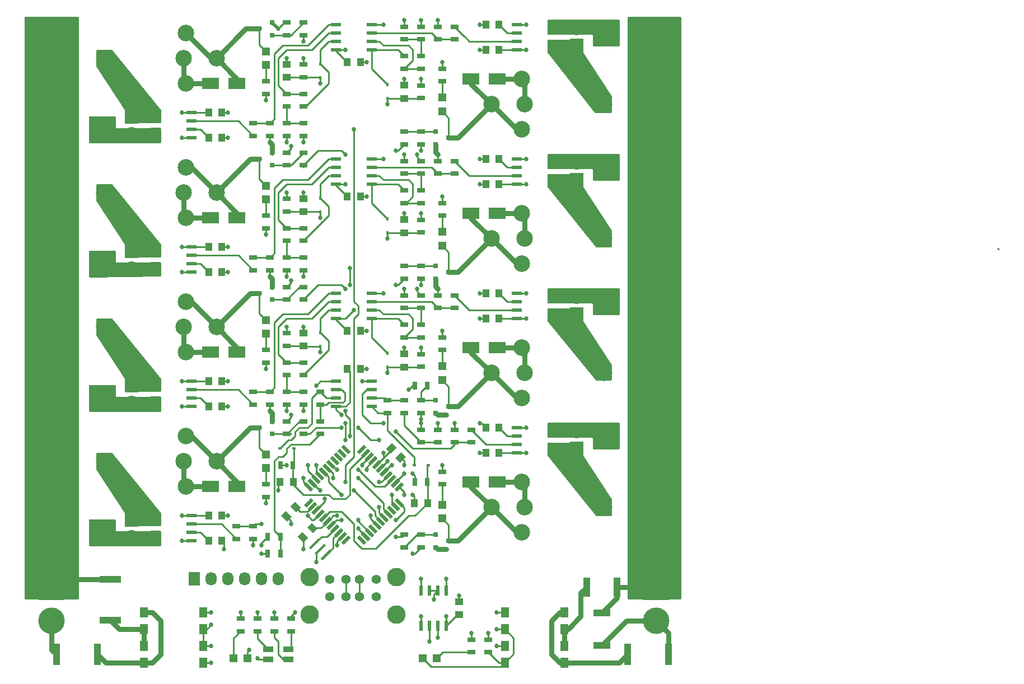
<source format=gtl>
G04 #@! TF.FileFunction,Copper,L1,Top,Mixed*
%FSLAX46Y46*%
G04 Gerber Fmt 4.6, Leading zero omitted, Abs format (unit mm)*
G04 Created by KiCad (PCBNEW 4.0.4-stable) date 11/14/16 12:13:18*
%MOMM*%
%LPD*%
G01*
G04 APERTURE LIST*
%ADD10C,0.150000*%
%ADD11R,4.000000X4.000000*%
%ADD12C,4.000000*%
%ADD13R,1.000000X3.200000*%
%ADD14R,3.200000X1.000000*%
%ADD15R,1.500000X0.900000*%
%ADD16R,2.500000X1.000000*%
%ADD17R,1.000000X3.000000*%
%ADD18R,1.300000X1.500000*%
%ADD19R,1.727200X2.032000*%
%ADD20O,1.727200X2.032000*%
%ADD21R,2.032000X2.032000*%
%ADD22O,2.032000X2.032000*%
%ADD23C,1.420000*%
%ADD24C,2.800000*%
%ADD25R,0.700000X1.300000*%
%ADD26R,1.300000X0.700000*%
%ADD27R,2.499360X1.800860*%
%ADD28R,0.590000X0.450000*%
%ADD29R,0.450000X0.590000*%
%ADD30R,1.198880X1.198880*%
%ADD31R,1.250000X1.000000*%
%ADD32R,1.000000X1.250000*%
%ADD33R,1.550000X0.600000*%
%ADD34R,0.600000X1.550000*%
%ADD35R,0.800100X0.800100*%
%ADD36C,2.500000*%
%ADD37C,0.685800*%
%ADD38C,0.254000*%
%ADD39C,0.762000*%
%ADD40C,0.508000*%
G04 APERTURE END LIST*
D10*
D11*
X95885000Y13335000D03*
D12*
X95885000Y8255000D03*
D10*
G36*
X45933528Y19615685D02*
X44519315Y18201472D01*
X44236472Y18484315D01*
X45650685Y19898528D01*
X45933528Y19615685D01*
X45933528Y19615685D01*
G37*
G36*
X45085000Y20464213D02*
X43670787Y19050000D01*
X43387944Y19332843D01*
X44802157Y20747056D01*
X45085000Y20464213D01*
X45085000Y20464213D01*
G37*
G36*
X46782056Y18767157D02*
X45367843Y17352944D01*
X45085000Y17635787D01*
X46499213Y19050000D01*
X46782056Y18767157D01*
X46782056Y18767157D01*
G37*
D13*
X97715000Y3175000D03*
X91515000Y3175000D03*
X11355000Y3175000D03*
X5155000Y3175000D03*
D14*
X13335000Y8330000D03*
X13335000Y14530000D03*
D15*
X37185000Y3925000D03*
X37185000Y2425000D03*
X40285000Y2425000D03*
X40285000Y3925000D03*
D16*
X87630000Y4535000D03*
X87630000Y9435000D03*
D17*
X89930000Y13335000D03*
X85330000Y13335000D03*
D10*
G36*
X57359812Y29231866D02*
X57748720Y28842958D01*
X56688060Y27782298D01*
X56299152Y28171206D01*
X57359812Y29231866D01*
X57359812Y29231866D01*
G37*
G36*
X56794126Y29797551D02*
X57183034Y29408643D01*
X56122374Y28347983D01*
X55733466Y28736891D01*
X56794126Y29797551D01*
X56794126Y29797551D01*
G37*
G36*
X56228441Y30363236D02*
X56617349Y29974328D01*
X55556689Y28913668D01*
X55167781Y29302576D01*
X56228441Y30363236D01*
X56228441Y30363236D01*
G37*
G36*
X55662756Y30928922D02*
X56051664Y30540014D01*
X54991004Y29479354D01*
X54602096Y29868262D01*
X55662756Y30928922D01*
X55662756Y30928922D01*
G37*
G36*
X55097070Y31494607D02*
X55485978Y31105699D01*
X54425318Y30045039D01*
X54036410Y30433947D01*
X55097070Y31494607D01*
X55097070Y31494607D01*
G37*
G36*
X54531385Y32060293D02*
X54920293Y31671385D01*
X53859633Y30610725D01*
X53470725Y30999633D01*
X54531385Y32060293D01*
X54531385Y32060293D01*
G37*
G36*
X53965699Y32625978D02*
X54354607Y32237070D01*
X53293947Y31176410D01*
X52905039Y31565318D01*
X53965699Y32625978D01*
X53965699Y32625978D01*
G37*
G36*
X53400014Y33191664D02*
X53788922Y32802756D01*
X52728262Y31742096D01*
X52339354Y32131004D01*
X53400014Y33191664D01*
X53400014Y33191664D01*
G37*
G36*
X52834328Y33757349D02*
X53223236Y33368441D01*
X52162576Y32307781D01*
X51773668Y32696689D01*
X52834328Y33757349D01*
X52834328Y33757349D01*
G37*
G36*
X52268643Y34323034D02*
X52657551Y33934126D01*
X51596891Y32873466D01*
X51207983Y33262374D01*
X52268643Y34323034D01*
X52268643Y34323034D01*
G37*
G36*
X51702958Y34888720D02*
X52091866Y34499812D01*
X51031206Y33439152D01*
X50642298Y33828060D01*
X51702958Y34888720D01*
X51702958Y34888720D01*
G37*
G36*
X48238134Y34499812D02*
X48627042Y34888720D01*
X49687702Y33828060D01*
X49298794Y33439152D01*
X48238134Y34499812D01*
X48238134Y34499812D01*
G37*
G36*
X47672449Y33934126D02*
X48061357Y34323034D01*
X49122017Y33262374D01*
X48733109Y32873466D01*
X47672449Y33934126D01*
X47672449Y33934126D01*
G37*
G36*
X47106764Y33368441D02*
X47495672Y33757349D01*
X48556332Y32696689D01*
X48167424Y32307781D01*
X47106764Y33368441D01*
X47106764Y33368441D01*
G37*
G36*
X46541078Y32802756D02*
X46929986Y33191664D01*
X47990646Y32131004D01*
X47601738Y31742096D01*
X46541078Y32802756D01*
X46541078Y32802756D01*
G37*
G36*
X45975393Y32237070D02*
X46364301Y32625978D01*
X47424961Y31565318D01*
X47036053Y31176410D01*
X45975393Y32237070D01*
X45975393Y32237070D01*
G37*
G36*
X45409707Y31671385D02*
X45798615Y32060293D01*
X46859275Y30999633D01*
X46470367Y30610725D01*
X45409707Y31671385D01*
X45409707Y31671385D01*
G37*
G36*
X44844022Y31105699D02*
X45232930Y31494607D01*
X46293590Y30433947D01*
X45904682Y30045039D01*
X44844022Y31105699D01*
X44844022Y31105699D01*
G37*
G36*
X44278336Y30540014D02*
X44667244Y30928922D01*
X45727904Y29868262D01*
X45338996Y29479354D01*
X44278336Y30540014D01*
X44278336Y30540014D01*
G37*
G36*
X43712651Y29974328D02*
X44101559Y30363236D01*
X45162219Y29302576D01*
X44773311Y28913668D01*
X43712651Y29974328D01*
X43712651Y29974328D01*
G37*
G36*
X43146966Y29408643D02*
X43535874Y29797551D01*
X44596534Y28736891D01*
X44207626Y28347983D01*
X43146966Y29408643D01*
X43146966Y29408643D01*
G37*
G36*
X42581280Y28842958D02*
X42970188Y29231866D01*
X44030848Y28171206D01*
X43641940Y27782298D01*
X42581280Y28842958D01*
X42581280Y28842958D01*
G37*
G36*
X43641940Y26827702D02*
X44030848Y26438794D01*
X42970188Y25378134D01*
X42581280Y25767042D01*
X43641940Y26827702D01*
X43641940Y26827702D01*
G37*
G36*
X44207626Y26262017D02*
X44596534Y25873109D01*
X43535874Y24812449D01*
X43146966Y25201357D01*
X44207626Y26262017D01*
X44207626Y26262017D01*
G37*
G36*
X44773311Y25696332D02*
X45162219Y25307424D01*
X44101559Y24246764D01*
X43712651Y24635672D01*
X44773311Y25696332D01*
X44773311Y25696332D01*
G37*
G36*
X45338996Y25130646D02*
X45727904Y24741738D01*
X44667244Y23681078D01*
X44278336Y24069986D01*
X45338996Y25130646D01*
X45338996Y25130646D01*
G37*
G36*
X45904682Y24564961D02*
X46293590Y24176053D01*
X45232930Y23115393D01*
X44844022Y23504301D01*
X45904682Y24564961D01*
X45904682Y24564961D01*
G37*
G36*
X46470367Y23999275D02*
X46859275Y23610367D01*
X45798615Y22549707D01*
X45409707Y22938615D01*
X46470367Y23999275D01*
X46470367Y23999275D01*
G37*
G36*
X47036053Y23433590D02*
X47424961Y23044682D01*
X46364301Y21984022D01*
X45975393Y22372930D01*
X47036053Y23433590D01*
X47036053Y23433590D01*
G37*
G36*
X47601738Y22867904D02*
X47990646Y22478996D01*
X46929986Y21418336D01*
X46541078Y21807244D01*
X47601738Y22867904D01*
X47601738Y22867904D01*
G37*
G36*
X48167424Y22302219D02*
X48556332Y21913311D01*
X47495672Y20852651D01*
X47106764Y21241559D01*
X48167424Y22302219D01*
X48167424Y22302219D01*
G37*
G36*
X48733109Y21736534D02*
X49122017Y21347626D01*
X48061357Y20286966D01*
X47672449Y20675874D01*
X48733109Y21736534D01*
X48733109Y21736534D01*
G37*
G36*
X49298794Y21170848D02*
X49687702Y20781940D01*
X48627042Y19721280D01*
X48238134Y20110188D01*
X49298794Y21170848D01*
X49298794Y21170848D01*
G37*
G36*
X50642298Y20781940D02*
X51031206Y21170848D01*
X52091866Y20110188D01*
X51702958Y19721280D01*
X50642298Y20781940D01*
X50642298Y20781940D01*
G37*
G36*
X51207983Y21347626D02*
X51596891Y21736534D01*
X52657551Y20675874D01*
X52268643Y20286966D01*
X51207983Y21347626D01*
X51207983Y21347626D01*
G37*
G36*
X51773668Y21913311D02*
X52162576Y22302219D01*
X53223236Y21241559D01*
X52834328Y20852651D01*
X51773668Y21913311D01*
X51773668Y21913311D01*
G37*
G36*
X52339354Y22478996D02*
X52728262Y22867904D01*
X53788922Y21807244D01*
X53400014Y21418336D01*
X52339354Y22478996D01*
X52339354Y22478996D01*
G37*
G36*
X52905039Y23044682D02*
X53293947Y23433590D01*
X54354607Y22372930D01*
X53965699Y21984022D01*
X52905039Y23044682D01*
X52905039Y23044682D01*
G37*
G36*
X53470725Y23610367D02*
X53859633Y23999275D01*
X54920293Y22938615D01*
X54531385Y22549707D01*
X53470725Y23610367D01*
X53470725Y23610367D01*
G37*
G36*
X54036410Y24176053D02*
X54425318Y24564961D01*
X55485978Y23504301D01*
X55097070Y23115393D01*
X54036410Y24176053D01*
X54036410Y24176053D01*
G37*
G36*
X54602096Y24741738D02*
X54991004Y25130646D01*
X56051664Y24069986D01*
X55662756Y23681078D01*
X54602096Y24741738D01*
X54602096Y24741738D01*
G37*
G36*
X55167781Y25307424D02*
X55556689Y25696332D01*
X56617349Y24635672D01*
X56228441Y24246764D01*
X55167781Y25307424D01*
X55167781Y25307424D01*
G37*
G36*
X55733466Y25873109D02*
X56122374Y26262017D01*
X57183034Y25201357D01*
X56794126Y24812449D01*
X55733466Y25873109D01*
X55733466Y25873109D01*
G37*
G36*
X56299152Y26438794D02*
X56688060Y26827702D01*
X57748720Y25767042D01*
X57359812Y25378134D01*
X56299152Y26438794D01*
X56299152Y26438794D01*
G37*
D18*
X18360000Y6985000D03*
X18360000Y9525000D03*
X18360000Y1905000D03*
X18360000Y4445000D03*
X27360000Y1905000D03*
X27360000Y4445000D03*
X27360000Y6985000D03*
X27360000Y9525000D03*
X81970000Y4445000D03*
X81970000Y1905000D03*
X81970000Y9525000D03*
X81970000Y6985000D03*
X72970000Y9525000D03*
X72970000Y6985000D03*
X72970000Y4445000D03*
X72970000Y1905000D03*
D19*
X26035000Y14605000D03*
D20*
X28575000Y14605000D03*
X31115000Y14605000D03*
X33655000Y14605000D03*
X36195000Y14605000D03*
X38735000Y14605000D03*
D11*
X88265000Y97155000D03*
X12065000Y82550000D03*
X88265000Y76835000D03*
X12065000Y62230000D03*
X88265000Y56515000D03*
X12065000Y41910000D03*
X88265000Y36195000D03*
X12065000Y21590000D03*
D21*
X83820000Y95250000D03*
D22*
X83820000Y97790000D03*
D21*
X16510000Y84455000D03*
D22*
X16510000Y81915000D03*
D21*
X83820000Y74930000D03*
D22*
X83820000Y77470000D03*
D21*
X16510000Y64135000D03*
D22*
X16510000Y61595000D03*
D21*
X83820000Y54610000D03*
D22*
X83820000Y57150000D03*
D21*
X16510000Y43815000D03*
D22*
X16510000Y41275000D03*
D21*
X83820000Y34290000D03*
D22*
X83820000Y36830000D03*
D21*
X16510000Y23495000D03*
D22*
X16510000Y20955000D03*
D23*
X46500000Y14470005D03*
X49000000Y14470005D03*
X51000000Y14470005D03*
X53500000Y14470005D03*
X46500000Y11850005D03*
X49000000Y11850005D03*
X51000000Y11850005D03*
X53500000Y11850005D03*
D24*
X56570000Y9140005D03*
X56570000Y14820005D03*
X43430000Y14820005D03*
X43430000Y9140005D03*
D25*
X39050000Y18415000D03*
X37150000Y18415000D03*
D26*
X60325000Y35245000D03*
X60325000Y37145000D03*
X42545000Y42860000D03*
X42545000Y40960000D03*
X57785000Y55565000D03*
X57785000Y57465000D03*
X42545000Y63180000D03*
X42545000Y61280000D03*
X57785000Y75885000D03*
X57785000Y77785000D03*
X42545000Y83500000D03*
X42545000Y81600000D03*
X57785000Y96205000D03*
X57785000Y98105000D03*
D25*
X39050000Y20955000D03*
X37150000Y20955000D03*
D26*
X62865000Y35245000D03*
X62865000Y37145000D03*
X40005000Y42860000D03*
X40005000Y40960000D03*
X60325000Y55565000D03*
X60325000Y57465000D03*
X40005000Y63180000D03*
X40005000Y61280000D03*
X60325000Y75885000D03*
X60325000Y77785000D03*
X40005000Y83500000D03*
X40005000Y81600000D03*
X60325000Y96205000D03*
X60325000Y98105000D03*
X45085000Y42860000D03*
X45085000Y40960000D03*
X36830000Y26990000D03*
X36830000Y28890000D03*
X34925000Y22540000D03*
X34925000Y20640000D03*
X45085000Y38415000D03*
X45085000Y36515000D03*
X32385000Y22540000D03*
X32385000Y20640000D03*
X40005000Y36515000D03*
X40005000Y38415000D03*
X42545000Y38415000D03*
X42545000Y36515000D03*
X55245000Y39690000D03*
X55245000Y41590000D03*
X63500000Y30795000D03*
X63500000Y28895000D03*
X65405000Y35245000D03*
X65405000Y37145000D03*
X57785000Y41590000D03*
X57785000Y39690000D03*
X67945000Y35245000D03*
X67945000Y37145000D03*
X60325000Y21270000D03*
X60325000Y19370000D03*
X57785000Y19370000D03*
X57785000Y21270000D03*
X42545000Y45405000D03*
X42545000Y47305000D03*
X36830000Y47310000D03*
X36830000Y49210000D03*
X37465000Y42860000D03*
X37465000Y40960000D03*
X40005000Y47305000D03*
X40005000Y45405000D03*
X34925000Y42860000D03*
X34925000Y40960000D03*
X40005000Y56835000D03*
X40005000Y58735000D03*
X42545000Y58735000D03*
X42545000Y56835000D03*
X57785000Y53020000D03*
X57785000Y51120000D03*
X63500000Y51115000D03*
X63500000Y49215000D03*
X62865000Y55565000D03*
X62865000Y57465000D03*
X60325000Y51120000D03*
X60325000Y53020000D03*
X65405000Y55565000D03*
X65405000Y57465000D03*
X60325000Y41590000D03*
X60325000Y39690000D03*
D25*
X61275000Y43815000D03*
X59375000Y43815000D03*
D26*
X42545000Y65725000D03*
X42545000Y67625000D03*
X36830000Y67630000D03*
X36830000Y69530000D03*
X37465000Y63180000D03*
X37465000Y61280000D03*
X40005000Y67625000D03*
X40005000Y65725000D03*
X34925000Y63180000D03*
X34925000Y61280000D03*
X40005000Y77155000D03*
X40005000Y79055000D03*
X42545000Y79055000D03*
X42545000Y77155000D03*
X57785000Y73340000D03*
X57785000Y71440000D03*
X63500000Y71435000D03*
X63500000Y69535000D03*
X62865000Y75885000D03*
X62865000Y77785000D03*
X60325000Y71440000D03*
X60325000Y73340000D03*
X65405000Y75885000D03*
X65405000Y77785000D03*
X60325000Y61910000D03*
X60325000Y60010000D03*
X57785000Y61910000D03*
X57785000Y60010000D03*
X42545000Y86045000D03*
X42545000Y87945000D03*
X36830000Y87950000D03*
X36830000Y89850000D03*
X37465000Y83500000D03*
X37465000Y81600000D03*
X40005000Y87945000D03*
X40005000Y86045000D03*
X34925000Y83500000D03*
X34925000Y81600000D03*
X40005000Y96840000D03*
X40005000Y98740000D03*
X42545000Y98740000D03*
X42545000Y96840000D03*
X57785000Y93660000D03*
X57785000Y91760000D03*
X63500000Y91755000D03*
X63500000Y89855000D03*
X62865000Y96205000D03*
X62865000Y98105000D03*
X60325000Y91760000D03*
X60325000Y93660000D03*
X65405000Y96205000D03*
X65405000Y98105000D03*
X60325000Y82230000D03*
X60325000Y80330000D03*
X57785000Y82230000D03*
X57785000Y80330000D03*
X70485000Y5395000D03*
X70485000Y3495000D03*
X67945000Y3495000D03*
X67945000Y5395000D03*
X38100000Y6670000D03*
X38100000Y8570000D03*
X35560000Y6670000D03*
X35560000Y8570000D03*
X40640000Y6670000D03*
X40640000Y8570000D03*
X33020000Y8570000D03*
X33020000Y6670000D03*
X60325000Y87315000D03*
X60325000Y89215000D03*
X42545000Y90490000D03*
X42545000Y92390000D03*
X60325000Y66995000D03*
X60325000Y68895000D03*
X40005000Y70170000D03*
X40005000Y72070000D03*
X60325000Y46675000D03*
X60325000Y48575000D03*
X40005000Y49850000D03*
X40005000Y51750000D03*
D25*
X61275000Y29210000D03*
X59375000Y29210000D03*
X40955000Y31750000D03*
X39055000Y31750000D03*
D27*
X67851020Y90170000D03*
X71848980Y90170000D03*
X32478980Y28575000D03*
X28481020Y28575000D03*
X67851020Y29210000D03*
X71848980Y29210000D03*
X32478980Y48895000D03*
X28481020Y48895000D03*
X67851020Y49530000D03*
X71848980Y49530000D03*
X32478980Y69215000D03*
X28481020Y69215000D03*
X67851020Y69850000D03*
X71848980Y69850000D03*
X32478980Y89535000D03*
X28481020Y89535000D03*
D28*
X38950000Y34290000D03*
X41060000Y34290000D03*
X59270000Y31750000D03*
X61380000Y31750000D03*
D29*
X45085000Y51855000D03*
X45085000Y49745000D03*
X55245000Y48680000D03*
X55245000Y46570000D03*
X45085000Y72175000D03*
X45085000Y70065000D03*
X55245000Y69000000D03*
X55245000Y66890000D03*
X45085000Y92495000D03*
X45085000Y90385000D03*
X55245000Y89320000D03*
X55245000Y87210000D03*
D30*
X34069020Y2540000D03*
X31970980Y2540000D03*
X60545980Y2540000D03*
X62644020Y2540000D03*
X63500000Y85310980D03*
X63500000Y87409020D03*
X36830000Y94394020D03*
X36830000Y92295980D03*
X63500000Y64990980D03*
X63500000Y67089020D03*
X36830000Y74074020D03*
X36830000Y71975980D03*
X63500000Y44670980D03*
X63500000Y46769020D03*
X36830000Y53754020D03*
X36830000Y51655980D03*
X63500000Y23715980D03*
X63500000Y25814020D03*
X36830000Y33434020D03*
X36830000Y31335980D03*
D10*
G36*
X43798719Y23092602D02*
X44682602Y22208719D01*
X43975495Y21501612D01*
X43091612Y22385495D01*
X43798719Y23092602D01*
X43798719Y23092602D01*
G37*
G36*
X42384505Y21678388D02*
X43268388Y20794505D01*
X42561281Y20087398D01*
X41677398Y20971281D01*
X42384505Y21678388D01*
X42384505Y21678388D01*
G37*
G36*
X55012398Y34273719D02*
X55896281Y35157602D01*
X56603388Y34450495D01*
X55719505Y33566612D01*
X55012398Y34273719D01*
X55012398Y34273719D01*
G37*
G36*
X56426612Y32859505D02*
X57310495Y33743388D01*
X58017602Y33036281D01*
X57133719Y32152398D01*
X56426612Y32859505D01*
X56426612Y32859505D01*
G37*
G36*
X41258719Y26267602D02*
X42142602Y25383719D01*
X41435495Y24676612D01*
X40551612Y25560495D01*
X41258719Y26267602D01*
X41258719Y26267602D01*
G37*
G36*
X39844505Y24853388D02*
X40728388Y23969505D01*
X40021281Y23262398D01*
X39137398Y24146281D01*
X39844505Y24853388D01*
X39844505Y24853388D01*
G37*
D31*
X66040000Y9160000D03*
X66040000Y11160000D03*
D32*
X72120000Y98425000D03*
X70120000Y98425000D03*
D31*
X57785000Y87265000D03*
X57785000Y89265000D03*
D32*
X28210000Y81280000D03*
X30210000Y81280000D03*
D31*
X40005000Y90440000D03*
X40005000Y92440000D03*
D32*
X72120000Y78105000D03*
X70120000Y78105000D03*
D31*
X57785000Y66945000D03*
X57785000Y68945000D03*
D32*
X28210000Y60960000D03*
X30210000Y60960000D03*
D31*
X42545000Y70120000D03*
X42545000Y72120000D03*
D32*
X72120000Y57785000D03*
X70120000Y57785000D03*
D31*
X57785000Y46625000D03*
X57785000Y48625000D03*
D32*
X28210000Y40640000D03*
X30210000Y40640000D03*
D31*
X42545000Y49800000D03*
X42545000Y51800000D03*
D32*
X72120000Y37465000D03*
X70120000Y37465000D03*
X61325000Y26035000D03*
X59325000Y26035000D03*
X28210000Y20320000D03*
X30210000Y20320000D03*
X41005000Y29210000D03*
X39005000Y29210000D03*
X72120000Y94615000D03*
X70120000Y94615000D03*
X49165000Y92710000D03*
X51165000Y92710000D03*
X28210000Y85090000D03*
X30210000Y85090000D03*
X72120000Y74295000D03*
X70120000Y74295000D03*
X49165000Y72390000D03*
X51165000Y72390000D03*
X28210000Y64770000D03*
X30210000Y64770000D03*
X72120000Y53975000D03*
X70120000Y53975000D03*
X49165000Y52070000D03*
X51165000Y52070000D03*
X28210000Y44450000D03*
X30210000Y44450000D03*
X72120000Y33655000D03*
X70120000Y33655000D03*
X49165000Y46355000D03*
X51165000Y46355000D03*
X28210000Y24130000D03*
X30210000Y24130000D03*
D33*
X20160000Y24130000D03*
X20160000Y22860000D03*
X20160000Y21590000D03*
X20160000Y20320000D03*
X25560000Y20320000D03*
X25560000Y21590000D03*
X25560000Y22860000D03*
X25560000Y24130000D03*
X52865000Y40640000D03*
X52865000Y41910000D03*
X52865000Y43180000D03*
X52865000Y44450000D03*
X47465000Y44450000D03*
X47465000Y43180000D03*
X47465000Y41910000D03*
X47465000Y40640000D03*
X80170000Y33655000D03*
X80170000Y34925000D03*
X80170000Y36195000D03*
X80170000Y37465000D03*
X74770000Y37465000D03*
X74770000Y36195000D03*
X74770000Y34925000D03*
X74770000Y33655000D03*
X20160000Y44450000D03*
X20160000Y43180000D03*
X20160000Y41910000D03*
X20160000Y40640000D03*
X25560000Y40640000D03*
X25560000Y41910000D03*
X25560000Y43180000D03*
X25560000Y44450000D03*
X52865000Y53975000D03*
X52865000Y55245000D03*
X52865000Y56515000D03*
X52865000Y57785000D03*
X47465000Y57785000D03*
X47465000Y56515000D03*
X47465000Y55245000D03*
X47465000Y53975000D03*
X80170000Y53975000D03*
X80170000Y55245000D03*
X80170000Y56515000D03*
X80170000Y57785000D03*
X74770000Y57785000D03*
X74770000Y56515000D03*
X74770000Y55245000D03*
X74770000Y53975000D03*
X20160000Y64770000D03*
X20160000Y63500000D03*
X20160000Y62230000D03*
X20160000Y60960000D03*
X25560000Y60960000D03*
X25560000Y62230000D03*
X25560000Y63500000D03*
X25560000Y64770000D03*
X52865000Y74295000D03*
X52865000Y75565000D03*
X52865000Y76835000D03*
X52865000Y78105000D03*
X47465000Y78105000D03*
X47465000Y76835000D03*
X47465000Y75565000D03*
X47465000Y74295000D03*
X80170000Y74295000D03*
X80170000Y75565000D03*
X80170000Y76835000D03*
X80170000Y78105000D03*
X74770000Y78105000D03*
X74770000Y76835000D03*
X74770000Y75565000D03*
X74770000Y74295000D03*
X20160000Y85090000D03*
X20160000Y83820000D03*
X20160000Y82550000D03*
X20160000Y81280000D03*
X25560000Y81280000D03*
X25560000Y82550000D03*
X25560000Y83820000D03*
X25560000Y85090000D03*
X52865000Y94615000D03*
X52865000Y95885000D03*
X52865000Y97155000D03*
X52865000Y98425000D03*
X47465000Y98425000D03*
X47465000Y97155000D03*
X47465000Y95885000D03*
X47465000Y94615000D03*
X80170000Y94615000D03*
X80170000Y95885000D03*
X80170000Y97155000D03*
X80170000Y98425000D03*
X74770000Y98425000D03*
X74770000Y97155000D03*
X74770000Y95885000D03*
X74770000Y94615000D03*
D34*
X64135000Y12860000D03*
X62865000Y12860000D03*
X61595000Y12860000D03*
X60325000Y12860000D03*
X60325000Y7460000D03*
X61595000Y7460000D03*
X62865000Y7460000D03*
X64135000Y7460000D03*
D35*
X37830760Y36515000D03*
X37830760Y38415000D03*
X35831780Y37465000D03*
X62499240Y21270000D03*
X62499240Y19370000D03*
X64498220Y20320000D03*
X37830760Y56835000D03*
X37830760Y58735000D03*
X35831780Y57785000D03*
X62499240Y41590000D03*
X62499240Y39690000D03*
X64498220Y40640000D03*
X37830760Y77155000D03*
X37830760Y79055000D03*
X35831780Y78105000D03*
X62499240Y61910000D03*
X62499240Y60010000D03*
X64498220Y60960000D03*
X37830760Y96840000D03*
X37830760Y98740000D03*
X35831780Y97790000D03*
X62499240Y82230000D03*
X62499240Y80330000D03*
X64498220Y81280000D03*
D36*
X75565000Y90170000D03*
X75565000Y82550000D03*
X85725000Y90170000D03*
X93345000Y90170000D03*
X97955000Y86360000D03*
X87955000Y86360000D03*
X75955000Y86360000D03*
X70955000Y86360000D03*
X24765000Y89535000D03*
X24765000Y97155000D03*
X14605000Y89535000D03*
X6985000Y89535000D03*
X2375000Y93345000D03*
X12375000Y93345000D03*
X24375000Y93345000D03*
X29375000Y93345000D03*
X75565000Y69850000D03*
X75565000Y62230000D03*
X85725000Y69850000D03*
X93345000Y69850000D03*
X97955000Y66040000D03*
X87955000Y66040000D03*
X75955000Y66040000D03*
X70955000Y66040000D03*
X24765000Y69215000D03*
X24765000Y76835000D03*
X14605000Y69215000D03*
X6985000Y69215000D03*
X2375000Y73025000D03*
X12375000Y73025000D03*
X24375000Y73025000D03*
X29375000Y73025000D03*
X75565000Y49530000D03*
X75565000Y41910000D03*
X85725000Y49530000D03*
X93345000Y49530000D03*
X97955000Y45720000D03*
X87955000Y45720000D03*
X75955000Y45720000D03*
X70955000Y45720000D03*
X24765000Y48895000D03*
X24765000Y56515000D03*
X14605000Y48895000D03*
X6985000Y48895000D03*
X2375000Y52705000D03*
X12375000Y52705000D03*
X24375000Y52705000D03*
X29375000Y52705000D03*
X75565000Y29210000D03*
X75565000Y21590000D03*
X85725000Y29210000D03*
X93345000Y29210000D03*
X97955000Y25400000D03*
X87955000Y25400000D03*
X75955000Y25400000D03*
X70955000Y25400000D03*
X24765000Y28575000D03*
X24765000Y36195000D03*
X14605000Y28575000D03*
X6985000Y28575000D03*
X2375000Y32385000D03*
X12375000Y32385000D03*
X24375000Y32385000D03*
X29375000Y32385000D03*
D11*
X4445000Y13335000D03*
D12*
X4445000Y8255000D03*
D37*
X54610000Y33655000D03*
X36830000Y66675000D03*
X50165000Y55245000D03*
X36830000Y26035000D03*
X36195000Y19685000D03*
X24130000Y24130000D03*
X48260000Y39370000D03*
X47625000Y24130000D03*
X63500000Y31750000D03*
X76200000Y33655000D03*
X62865000Y38100000D03*
X64135000Y8890000D03*
X67945000Y6350000D03*
X70485000Y6350000D03*
X35560000Y2540000D03*
X28575000Y9525000D03*
X33020000Y9525000D03*
X36830000Y46355000D03*
X40005000Y40005000D03*
X24130000Y44450000D03*
X59690000Y78740000D03*
X59690000Y58420000D03*
X76200000Y53975000D03*
X63500000Y52070000D03*
X24130000Y64770000D03*
X40005000Y60325000D03*
X48895000Y74295000D03*
X76200000Y74295000D03*
X63500000Y72390000D03*
X24130000Y85090000D03*
X36830000Y86995000D03*
X40005000Y80645000D03*
X76200000Y94615000D03*
X48895000Y94615000D03*
X60325000Y99060000D03*
X63500000Y92710000D03*
X59055000Y30480000D03*
X59055000Y27305000D03*
X59055000Y18415000D03*
X31115000Y81280000D03*
X31115000Y85090000D03*
X31115000Y60960000D03*
X31115000Y64770000D03*
X42545000Y73025000D03*
X40005000Y73025000D03*
X57785000Y31750000D03*
X55245000Y32385000D03*
X40640000Y39370000D03*
X42545000Y19050000D03*
X44450000Y17145000D03*
X48260000Y23495000D03*
X52070000Y52070000D03*
X40005000Y93345000D03*
X42545000Y93345000D03*
X40005000Y31750000D03*
X38735000Y27940000D03*
X40640000Y22860000D03*
X37465000Y40005000D03*
X36195000Y18415000D03*
X34925000Y19685000D03*
X31115000Y24130000D03*
X30480000Y19050000D03*
X24130000Y20320000D03*
X51435000Y44450000D03*
X52070000Y46355000D03*
X64135000Y19050000D03*
X76200000Y37465000D03*
X69215000Y33655000D03*
X69215000Y38100000D03*
X60325000Y38100000D03*
X65405000Y38100000D03*
X60325000Y38735000D03*
X64135000Y39370000D03*
X71755000Y4445000D03*
X71755000Y9525000D03*
X66040000Y12065000D03*
X60325000Y8890000D03*
X34290000Y3810000D03*
X28575000Y1905000D03*
X24130000Y40640000D03*
X31115000Y44450000D03*
X31115000Y40640000D03*
X42545000Y40005000D03*
X42545000Y52705000D03*
X40005000Y52705000D03*
X40640000Y59690000D03*
X40640000Y80010000D03*
X54610000Y57785000D03*
X57785000Y58420000D03*
X62865000Y58420000D03*
X69215000Y53975000D03*
X69215000Y57785000D03*
X76200000Y57785000D03*
X57785000Y49530000D03*
X60325000Y49530000D03*
X24130000Y60960000D03*
X37465000Y60325000D03*
X42545000Y60325000D03*
X37465000Y80645000D03*
X57785000Y69850000D03*
X60325000Y69850000D03*
X54610000Y78105000D03*
X52070000Y72390000D03*
X60325000Y59055000D03*
X69215000Y78105000D03*
X69215000Y74295000D03*
X76200000Y78105000D03*
X57785000Y78740000D03*
X62865000Y78740000D03*
X76200000Y98425000D03*
X24130000Y81280000D03*
X42545000Y80645000D03*
X38735000Y97790000D03*
X60325000Y79375000D03*
X52070000Y92710000D03*
X54610000Y98425000D03*
X57785000Y99060000D03*
X62865000Y99060000D03*
X69215000Y98425000D03*
X69215000Y94615000D03*
X60325000Y90170000D03*
X57785000Y90170000D03*
X44450000Y31750000D03*
X55245000Y86360000D03*
X43180000Y31750000D03*
X45085000Y89535000D03*
X45085000Y27940000D03*
X55245000Y66040000D03*
X42545000Y29845000D03*
X45085000Y69215000D03*
X55245000Y45720000D03*
X45720000Y26670000D03*
X45085000Y48895000D03*
X43180000Y24130000D03*
X52070000Y31115000D03*
X71755000Y6985000D03*
X57785000Y27305000D03*
X64135000Y14605000D03*
X57785000Y30480000D03*
X58420000Y43180000D03*
X48895000Y58420000D03*
X50800000Y31115000D03*
X49530000Y36195000D03*
X48895000Y40005000D03*
X53975000Y29210000D03*
X56515000Y20955000D03*
X55880000Y31750000D03*
X53975000Y35560000D03*
X48260000Y37465000D03*
X50800000Y37465000D03*
X51435000Y31750000D03*
X28575000Y7620000D03*
X28575000Y4445000D03*
X47625000Y31115000D03*
X46990000Y29845000D03*
X48260000Y27305000D03*
X47625000Y19685000D03*
X38100000Y9525000D03*
X50800000Y22225000D03*
X41275000Y9525000D03*
X50800000Y23495000D03*
X35560000Y9525000D03*
X52705000Y24130000D03*
X56515000Y79375000D03*
X48895000Y29210000D03*
X42545000Y95885000D03*
X50165000Y82550000D03*
X50165000Y27940000D03*
X53975000Y25400000D03*
X56515000Y59055000D03*
X48895000Y38100000D03*
X49530000Y59055000D03*
X49530000Y61595000D03*
X48895000Y78740000D03*
X48895000Y35560000D03*
X50800000Y29845000D03*
X62230000Y11430000D03*
X55880000Y27305000D03*
X60325000Y14605000D03*
X56515000Y23495000D03*
X61595000Y5080000D03*
X62865000Y5715000D03*
X54610000Y38100000D03*
X56515000Y36830000D03*
X44450000Y43815000D03*
X36195000Y22860000D03*
D38*
X147515000Y64590000D02*
X147680000Y64425000D01*
X54610000Y32881371D02*
X55807893Y34079264D01*
X55807893Y34079264D02*
X55807893Y34362107D01*
X53629823Y31901194D02*
X54610000Y32881371D01*
X54610000Y32881371D02*
X54610000Y33655000D01*
X36830000Y67630000D02*
X36830000Y66675000D01*
X47465000Y53975000D02*
X48895000Y53975000D01*
X48895000Y53975000D02*
X50165000Y55245000D01*
X36830000Y26990000D02*
X36830000Y26035000D01*
X47465000Y40640000D02*
X48895000Y40640000D01*
X49530000Y41275000D02*
X49530000Y45990000D01*
X48895000Y40640000D02*
X49530000Y41275000D01*
X49530000Y45990000D02*
X49165000Y46355000D01*
X37150000Y20955000D02*
X36195000Y20000000D01*
X36195000Y20000000D02*
X36195000Y19685000D01*
X25560000Y24130000D02*
X28210000Y24130000D01*
X25560000Y24130000D02*
X24130000Y24130000D01*
X47465000Y40640000D02*
X47465000Y40165000D01*
X47465000Y40165000D02*
X48260000Y39370000D01*
X46134491Y23274491D02*
X46990000Y24130000D01*
X46990000Y24130000D02*
X47625000Y24130000D01*
X63500000Y30795000D02*
X63500000Y31750000D01*
X74770000Y33655000D02*
X76200000Y33655000D01*
X62865000Y37145000D02*
X62865000Y38100000D01*
X72120000Y33655000D02*
X74770000Y33655000D01*
X66040000Y9160000D02*
X65835000Y9160000D01*
X65835000Y9160000D02*
X64135000Y7460000D01*
X64135000Y7460000D02*
X64135000Y8890000D01*
X67945000Y5395000D02*
X67945000Y6350000D01*
X70485000Y5395000D02*
X70485000Y6350000D01*
X37185000Y2425000D02*
X35675000Y2425000D01*
X35675000Y2425000D02*
X35560000Y2540000D01*
X27360000Y9525000D02*
X28575000Y9525000D01*
X33020000Y8570000D02*
X33020000Y9525000D01*
X43887107Y22297107D02*
X45157107Y22297107D01*
X45157107Y22297107D02*
X46134491Y23274491D01*
X36830000Y47310000D02*
X36830000Y46355000D01*
X40005000Y40960000D02*
X40005000Y40005000D01*
X25560000Y44450000D02*
X24130000Y44450000D01*
X25560000Y44450000D02*
X28210000Y44450000D01*
X60325000Y77785000D02*
X59690000Y78420000D01*
X59690000Y78420000D02*
X59690000Y78740000D01*
X60325000Y57465000D02*
X59690000Y58100000D01*
X59690000Y58100000D02*
X59690000Y58420000D01*
X74770000Y53975000D02*
X76200000Y53975000D01*
X63500000Y51115000D02*
X63500000Y52070000D01*
D39*
X71848980Y29210000D02*
X75565000Y29210000D01*
X24765000Y28575000D02*
X24375000Y28965000D01*
X24375000Y28965000D02*
X24375000Y32385000D01*
X24765000Y28575000D02*
X28481020Y28575000D01*
X75565000Y29210000D02*
X75955000Y28820000D01*
X75955000Y28820000D02*
X75955000Y25400000D01*
X75565000Y49530000D02*
X75955000Y49140000D01*
X75955000Y49140000D02*
X75955000Y45720000D01*
X71848980Y49530000D02*
X75565000Y49530000D01*
D38*
X72120000Y53975000D02*
X74770000Y53975000D01*
X49165000Y52070000D02*
X47465000Y53770000D01*
X47465000Y53770000D02*
X47465000Y53975000D01*
D39*
X24375000Y52705000D02*
X24375000Y49285000D01*
X24375000Y49285000D02*
X24765000Y48895000D01*
D38*
X25560000Y64770000D02*
X24130000Y64770000D01*
X25560000Y64770000D02*
X28210000Y64770000D01*
D39*
X28481020Y48895000D02*
X24765000Y48895000D01*
D38*
X40005000Y61280000D02*
X40005000Y60325000D01*
D39*
X24765000Y69215000D02*
X24375000Y69605000D01*
X24375000Y69605000D02*
X24375000Y73025000D01*
X28481020Y69215000D02*
X24765000Y69215000D01*
D38*
X47465000Y74295000D02*
X48895000Y74295000D01*
X49165000Y72390000D02*
X47465000Y74090000D01*
X47465000Y74090000D02*
X47465000Y74295000D01*
D39*
X75565000Y90170000D02*
X75955000Y89780000D01*
X75955000Y89780000D02*
X75955000Y86360000D01*
X75565000Y69850000D02*
X75955000Y69460000D01*
X75955000Y69460000D02*
X75955000Y66040000D01*
X71848980Y69850000D02*
X75565000Y69850000D01*
D38*
X74770000Y74295000D02*
X76200000Y74295000D01*
X72120000Y74295000D02*
X74770000Y74295000D01*
X63500000Y71435000D02*
X63500000Y72390000D01*
X25560000Y85090000D02*
X24130000Y85090000D01*
X36830000Y87950000D02*
X36830000Y86995000D01*
X40005000Y81600000D02*
X40005000Y80645000D01*
D39*
X28481020Y89535000D02*
X24765000Y89535000D01*
X24765000Y89535000D02*
X24375000Y89925000D01*
X24375000Y89925000D02*
X24375000Y93345000D01*
X71848980Y90170000D02*
X75565000Y90170000D01*
D38*
X25560000Y85090000D02*
X28210000Y85090000D01*
X74770000Y94615000D02*
X76200000Y94615000D01*
X47465000Y94615000D02*
X48895000Y94615000D01*
X47465000Y94615000D02*
X47465000Y94410000D01*
X47465000Y94410000D02*
X49165000Y92710000D01*
X60325000Y98105000D02*
X60325000Y99060000D01*
X63500000Y91755000D02*
X63500000Y92710000D01*
D39*
X75565000Y86750000D02*
X75955000Y86360000D01*
D38*
X74770000Y94615000D02*
X74295000Y94615000D01*
X74770000Y94615000D02*
X72120000Y94615000D01*
X59375000Y29210000D02*
X59375000Y30160000D01*
X59375000Y30160000D02*
X59055000Y30480000D01*
X59325000Y26035000D02*
X59325000Y27035000D01*
X59325000Y27035000D02*
X59055000Y27305000D01*
X60325000Y19370000D02*
X59370000Y18415000D01*
X59370000Y18415000D02*
X59055000Y18415000D01*
X30210000Y81280000D02*
X31115000Y81280000D01*
X30210000Y85090000D02*
X31115000Y85090000D01*
X30210000Y60960000D02*
X31115000Y60960000D01*
X30210000Y64770000D02*
X31115000Y64770000D01*
X42545000Y72120000D02*
X42545000Y73025000D01*
X40005000Y72070000D02*
X40005000Y73025000D01*
X57222107Y32947893D02*
X57785000Y32385000D01*
X57785000Y32385000D02*
X57785000Y31750000D01*
X54195509Y31335509D02*
X55245000Y32385000D01*
X40005000Y38415000D02*
X40640000Y39050000D01*
X40640000Y39050000D02*
X40640000Y39370000D01*
X42472893Y20882893D02*
X42545000Y20810786D01*
X42545000Y20810786D02*
X42545000Y19050000D01*
X45085000Y19050000D02*
X44450000Y18415000D01*
X44450000Y18415000D02*
X44450000Y17145000D01*
X46700177Y22708806D02*
X47486371Y23495000D01*
X47486371Y23495000D02*
X48260000Y23495000D01*
X51165000Y52070000D02*
X52070000Y52070000D01*
X40005000Y92440000D02*
X40005000Y93345000D01*
X42545000Y92390000D02*
X42545000Y93345000D01*
X39055000Y31750000D02*
X40005000Y31750000D01*
X39005000Y29210000D02*
X38735000Y28940000D01*
X38735000Y28940000D02*
X38735000Y27940000D01*
X39932893Y24057893D02*
X40640000Y23350786D01*
X40640000Y23350786D02*
X40640000Y22860000D01*
D39*
X37830760Y38415000D02*
X37830760Y39639240D01*
D38*
X37465000Y40005000D02*
X37465000Y40960000D01*
D39*
X37830760Y39639240D02*
X37465000Y40005000D01*
D38*
X37150000Y18415000D02*
X36195000Y18415000D01*
X34925000Y20640000D02*
X34925000Y19685000D01*
X30210000Y24130000D02*
X31115000Y24130000D01*
X30210000Y20320000D02*
X30480000Y20050000D01*
X30480000Y20050000D02*
X30480000Y19050000D01*
X25560000Y20320000D02*
X24130000Y20320000D01*
X52865000Y44450000D02*
X51435000Y44450000D01*
X51165000Y46355000D02*
X52070000Y46355000D01*
D39*
X62499240Y19370000D02*
X62819240Y19050000D01*
X62819240Y19050000D02*
X64135000Y19050000D01*
D38*
X74770000Y37465000D02*
X76200000Y37465000D01*
X70120000Y33655000D02*
X69215000Y33655000D01*
X70120000Y37465000D02*
X69485000Y38100000D01*
X69485000Y38100000D02*
X69215000Y38100000D01*
X60325000Y37145000D02*
X60325000Y38100000D01*
X65405000Y37145000D02*
X65405000Y38100000D01*
X60325000Y38735000D02*
X60325000Y39690000D01*
D39*
X62499240Y39690000D02*
X62819240Y39370000D01*
X62819240Y39370000D02*
X64135000Y39370000D01*
D38*
X72970000Y4445000D02*
X71755000Y4445000D01*
X72970000Y9525000D02*
X71755000Y9525000D01*
X66040000Y11160000D02*
X66040000Y12065000D01*
X60325000Y7460000D02*
X60325000Y8890000D01*
X34069020Y2540000D02*
X34069020Y3589020D01*
X34069020Y3589020D02*
X34290000Y3810000D01*
X27360000Y1905000D02*
X28575000Y1905000D01*
X25560000Y40640000D02*
X24130000Y40640000D01*
X30210000Y44450000D02*
X31115000Y44450000D01*
X30210000Y40640000D02*
X31115000Y40640000D01*
X42545000Y40960000D02*
X42545000Y40005000D01*
X42545000Y51800000D02*
X42545000Y52705000D01*
X40005000Y51750000D02*
X40005000Y52705000D01*
X40005000Y58735000D02*
X40640000Y59370000D01*
X40640000Y59370000D02*
X40640000Y59690000D01*
X40005000Y79055000D02*
X40640000Y79690000D01*
X40640000Y79690000D02*
X40640000Y80010000D01*
X52865000Y57785000D02*
X54610000Y57785000D01*
X57785000Y57465000D02*
X57785000Y58420000D01*
X62865000Y57465000D02*
X62865000Y58420000D01*
D39*
X62499240Y58785760D02*
X62865000Y58420000D01*
X62499240Y58785760D02*
X62499240Y60010000D01*
D38*
X70120000Y53975000D02*
X69215000Y53975000D01*
X70120000Y57785000D02*
X69215000Y57785000D01*
X74770000Y57785000D02*
X76200000Y57785000D01*
X57785000Y48625000D02*
X57785000Y49530000D01*
X60325000Y48575000D02*
X60325000Y49530000D01*
X25560000Y60960000D02*
X24130000Y60960000D01*
D39*
X37830760Y58735000D02*
X37830760Y59959240D01*
D38*
X37465000Y60325000D02*
X37465000Y61280000D01*
D39*
X37830760Y59959240D02*
X37465000Y60325000D01*
D38*
X42545000Y61280000D02*
X42545000Y60325000D01*
D39*
X37830760Y79055000D02*
X37830760Y80279240D01*
D38*
X37465000Y80645000D02*
X37465000Y81600000D01*
D39*
X37830760Y80279240D02*
X37465000Y80645000D01*
D38*
X57785000Y68945000D02*
X57785000Y69850000D01*
X60325000Y68895000D02*
X60325000Y69850000D01*
X52865000Y78105000D02*
X54610000Y78105000D01*
X51165000Y72390000D02*
X52070000Y72390000D01*
X60325000Y60010000D02*
X60325000Y59055000D01*
X70120000Y78105000D02*
X69215000Y78105000D01*
X70120000Y74295000D02*
X69215000Y74295000D01*
X74770000Y78105000D02*
X76200000Y78105000D01*
X57785000Y77785000D02*
X57785000Y78740000D01*
X62865000Y77785000D02*
X62865000Y78740000D01*
D39*
X62499240Y79105760D02*
X62865000Y78740000D01*
X62499240Y79105760D02*
X62499240Y80330000D01*
D38*
X74770000Y98425000D02*
X76200000Y98425000D01*
X25560000Y81280000D02*
X24130000Y81280000D01*
X42545000Y81600000D02*
X42545000Y80645000D01*
D40*
X37830760Y98740000D02*
X37830760Y98694240D01*
X37830760Y98694240D02*
X38735000Y97790000D01*
D38*
X40005000Y98740000D02*
X39685000Y98740000D01*
X39685000Y98740000D02*
X38735000Y97790000D01*
X60325000Y80330000D02*
X60325000Y79375000D01*
X51165000Y92710000D02*
X52070000Y92710000D01*
X52865000Y98425000D02*
X54610000Y98425000D01*
X57785000Y98105000D02*
X57785000Y99060000D01*
X62865000Y98105000D02*
X62865000Y99060000D01*
X70120000Y98425000D02*
X69215000Y98425000D01*
X70120000Y94615000D02*
X69215000Y94615000D01*
X60325000Y89215000D02*
X60325000Y90170000D01*
X57785000Y89265000D02*
X57785000Y90170000D01*
D39*
X4445000Y13335000D02*
X5640000Y14530000D01*
X5640000Y14530000D02*
X13335000Y14530000D01*
X89930000Y13335000D02*
X95885000Y13335000D01*
X87630000Y9435000D02*
X89930000Y11735000D01*
X89930000Y11735000D02*
X89930000Y13335000D01*
D38*
X74770000Y97155000D02*
X73390000Y97155000D01*
X73390000Y97155000D02*
X72120000Y98425000D01*
X45003120Y30204138D02*
X44450000Y30757258D01*
X44450000Y31750000D02*
X44450000Y30757258D01*
X55245000Y87210000D02*
X55245000Y86360000D01*
X57785000Y87265000D02*
X60275000Y87265000D01*
X60275000Y87265000D02*
X60325000Y87315000D01*
X55245000Y87210000D02*
X57730000Y87210000D01*
X57730000Y87210000D02*
X57785000Y87265000D01*
X25560000Y82550000D02*
X26940000Y82550000D01*
X26940000Y82550000D02*
X28210000Y81280000D01*
X44437435Y29638452D02*
X43180000Y30895887D01*
X43180000Y31750000D02*
X43180000Y30895887D01*
X45085000Y89535000D02*
X45085000Y90385000D01*
X42545000Y90490000D02*
X40055000Y90490000D01*
X40055000Y90490000D02*
X40005000Y90440000D01*
X42545000Y90490000D02*
X44980000Y90490000D01*
X44980000Y90490000D02*
X45085000Y90385000D01*
X43871750Y29072767D02*
X45004517Y27940000D01*
X45004517Y27940000D02*
X45085000Y27940000D01*
X55245000Y66040000D02*
X55245000Y66890000D01*
X43952233Y29072767D02*
X43871750Y29072767D01*
X57785000Y66945000D02*
X57730000Y66890000D01*
X57730000Y66890000D02*
X55245000Y66890000D01*
X60325000Y66995000D02*
X60275000Y66945000D01*
X60275000Y66945000D02*
X57785000Y66945000D01*
X43306064Y28507082D02*
X42545000Y29268146D01*
X42545000Y29845000D02*
X42545000Y29268146D01*
X45085000Y70065000D02*
X45085000Y69215000D01*
X42545000Y70120000D02*
X45030000Y70120000D01*
X45030000Y70120000D02*
X45085000Y70065000D01*
X40005000Y70170000D02*
X42495000Y70170000D01*
X42495000Y70170000D02*
X42545000Y70120000D01*
X55245000Y46570000D02*
X55245000Y45720000D01*
X45720000Y26670000D02*
X45720000Y26254113D01*
X45720000Y26254113D02*
X44437435Y24971548D01*
X57785000Y46625000D02*
X57730000Y46570000D01*
X57730000Y46570000D02*
X55245000Y46570000D01*
X60325000Y46675000D02*
X60275000Y46625000D01*
X60275000Y46625000D02*
X57785000Y46625000D01*
X25560000Y62230000D02*
X26940000Y62230000D01*
X26940000Y62230000D02*
X28210000Y60960000D01*
X45085000Y49745000D02*
X45085000Y48895000D01*
X44092258Y23495000D02*
X45003120Y24405862D01*
X43815000Y23495000D02*
X44092258Y23495000D01*
X43180000Y24130000D02*
X43815000Y23495000D01*
X42545000Y49800000D02*
X42600000Y49745000D01*
X42600000Y49745000D02*
X45085000Y49745000D01*
X40005000Y49850000D02*
X40055000Y49800000D01*
X40055000Y49800000D02*
X42545000Y49800000D01*
X53205000Y19185000D02*
X53475000Y19185000D01*
X50165000Y22860000D02*
X49530000Y23495000D01*
X46424315Y24695686D02*
X46493629Y24765000D01*
X46493629Y24765000D02*
X48260000Y24765000D01*
X48260000Y24765000D02*
X49530000Y23495000D01*
X50165000Y20955000D02*
X50165000Y21590000D01*
X51300000Y19185000D02*
X50165000Y20320000D01*
X50165000Y20320000D02*
X50165000Y20955000D01*
X53205000Y19185000D02*
X51300000Y19185000D01*
X45568806Y23840177D02*
X46424315Y24695686D01*
X50165000Y21590000D02*
X50165000Y22860000D01*
X59420000Y24130000D02*
X58420000Y24130000D01*
X58420000Y24130000D02*
X55245000Y20955000D01*
X55245000Y20955000D02*
X53975000Y19685000D01*
X59420000Y24130000D02*
X61325000Y26035000D01*
X53475000Y19185000D02*
X53975000Y19685000D01*
X61275000Y29210000D02*
X61325000Y29160000D01*
X61325000Y29160000D02*
X61325000Y26035000D01*
X61380000Y31750000D02*
X61275000Y31645000D01*
X61275000Y31645000D02*
X61275000Y29210000D01*
X49530000Y29845000D02*
X49530000Y31195483D01*
X42545000Y27305000D02*
X46355000Y27305000D01*
X46355000Y27305000D02*
X46990000Y26670000D01*
X46990000Y26670000D02*
X48895000Y26670000D01*
X48895000Y26670000D02*
X49530000Y27305000D01*
X49530000Y27305000D02*
X49530000Y29845000D01*
X41005000Y28845000D02*
X42545000Y27305000D01*
X49530000Y31195483D02*
X51932767Y33598250D01*
X41005000Y29210000D02*
X41005000Y28845000D01*
X40955000Y31750000D02*
X41060000Y31855000D01*
X41060000Y31855000D02*
X41060000Y34290000D01*
X41005000Y29210000D02*
X40955000Y29260000D01*
X40955000Y29260000D02*
X40955000Y31750000D01*
X74770000Y56515000D02*
X73390000Y56515000D01*
X73390000Y56515000D02*
X72120000Y57785000D01*
X28210000Y40640000D02*
X26940000Y41910000D01*
X26940000Y41910000D02*
X25560000Y41910000D01*
X63500000Y89855000D02*
X63500000Y87409020D01*
X55245000Y89320000D02*
X52865000Y91700000D01*
X52865000Y91700000D02*
X52865000Y94615000D01*
X57785000Y93660000D02*
X56830000Y94615000D01*
X56830000Y94615000D02*
X52865000Y94615000D01*
X72970000Y6985000D02*
X71755000Y6985000D01*
X52070000Y31472742D02*
X53064138Y32466880D01*
X52070000Y31115000D02*
X52070000Y31472742D01*
X72970000Y1905000D02*
X72335000Y1270000D01*
X72335000Y1270000D02*
X61815980Y1270000D01*
X61815980Y1270000D02*
X60545980Y2540000D01*
X70485000Y3495000D02*
X72075000Y1905000D01*
X72075000Y1905000D02*
X72970000Y1905000D01*
X72970000Y1905000D02*
X74295000Y3230000D01*
X74295000Y5660000D02*
X72970000Y6985000D01*
X74295000Y3230000D02*
X74295000Y5660000D01*
X36830000Y92295980D02*
X36830000Y89850000D01*
X42545000Y86045000D02*
X42865000Y86045000D01*
X42865000Y86045000D02*
X46355000Y89535000D01*
X46355000Y89535000D02*
X46355000Y91225000D01*
X46355000Y91225000D02*
X45085000Y92495000D01*
X45085000Y92495000D02*
X45085000Y94615000D01*
X46355000Y95885000D02*
X47465000Y95885000D01*
X45085000Y94615000D02*
X46355000Y95885000D01*
X63500000Y67089020D02*
X63500000Y69535000D01*
X52865000Y74295000D02*
X56830000Y74295000D01*
X56830000Y74295000D02*
X57785000Y73340000D01*
X55245000Y69000000D02*
X52865000Y71380000D01*
X52865000Y71380000D02*
X52865000Y74295000D01*
X36830000Y69530000D02*
X36830000Y71975980D01*
X45085000Y72175000D02*
X46355000Y70905000D01*
X46355000Y69535000D02*
X42545000Y65725000D01*
X46355000Y70905000D02*
X46355000Y69535000D01*
X45085000Y72175000D02*
X45085000Y74295000D01*
X46355000Y75565000D02*
X47465000Y75565000D01*
X45085000Y74295000D02*
X46355000Y75565000D01*
X63500000Y49215000D02*
X63500000Y46769020D01*
X55245000Y48680000D02*
X52865000Y51060000D01*
X52865000Y51060000D02*
X52865000Y53975000D01*
X52865000Y53975000D02*
X56830000Y53975000D01*
X56830000Y53975000D02*
X57785000Y53020000D01*
X36830000Y49210000D02*
X36830000Y51655980D01*
X45085000Y51855000D02*
X45085000Y53975000D01*
X46355000Y55245000D02*
X47465000Y55245000D01*
X45085000Y53975000D02*
X46355000Y55245000D01*
X45085000Y51855000D02*
X46355000Y50585000D01*
X46355000Y49215000D02*
X42545000Y45405000D01*
X46355000Y50585000D02*
X46355000Y49215000D01*
X63500000Y25814020D02*
X63500000Y28895000D01*
X59162500Y33127500D02*
X59270000Y33020000D01*
X59270000Y33020000D02*
X59270000Y31750000D01*
X52865000Y40640000D02*
X53815000Y39690000D01*
X53815000Y39690000D02*
X55245000Y39690000D01*
X59162500Y33127500D02*
X55245000Y37045000D01*
X55245000Y37045000D02*
X55245000Y39690000D01*
X40112500Y35452500D02*
X40220000Y35560000D01*
X40220000Y35560000D02*
X40640000Y35560000D01*
X43815000Y41910000D02*
X44765000Y42860000D01*
X43815000Y39370000D02*
X43815000Y41910000D01*
X43815000Y38100000D02*
X43815000Y39370000D01*
X43180000Y37465000D02*
X43815000Y38100000D01*
X41910000Y37465000D02*
X43180000Y37465000D01*
X41275000Y36830000D02*
X41910000Y37465000D01*
X41275000Y36195000D02*
X41275000Y36830000D01*
X40640000Y35560000D02*
X41275000Y36195000D01*
X45085000Y42860000D02*
X46035000Y41910000D01*
X46035000Y41910000D02*
X47465000Y41910000D01*
X38950000Y34290000D02*
X40112500Y35452500D01*
X44765000Y42860000D02*
X45085000Y42860000D01*
X33020000Y6670000D02*
X31970980Y5620980D01*
X31970980Y5620980D02*
X31970980Y2540000D01*
X40285000Y3925000D02*
X40640000Y4280000D01*
X40640000Y4280000D02*
X40640000Y6670000D01*
X64135000Y12860000D02*
X64135000Y14605000D01*
X57785000Y27746018D02*
X57023936Y28507082D01*
X57785000Y27305000D02*
X57785000Y27746018D01*
X56458250Y29072767D02*
X56458250Y29153250D01*
X56458250Y29153250D02*
X57785000Y30480000D01*
X58420000Y43180000D02*
X59055000Y43815000D01*
X59055000Y43815000D02*
X59375000Y43815000D01*
X49530000Y38735000D02*
X48895000Y39370000D01*
X42545000Y56835000D02*
X44765000Y59055000D01*
X48260000Y59055000D02*
X48895000Y58420000D01*
X44765000Y59055000D02*
X48260000Y59055000D01*
X54829113Y28575000D02*
X53340000Y28575000D01*
X53340000Y28575000D02*
X50800000Y31115000D01*
X49530000Y36195000D02*
X49530000Y38735000D01*
X54829113Y28575000D02*
X55892565Y29638452D01*
X48895000Y39370000D02*
X48895000Y40005000D01*
X55326880Y30204138D02*
X54332742Y29210000D01*
X53975000Y29210000D02*
X54332742Y29210000D01*
X56515000Y20955000D02*
X57470000Y20955000D01*
X57470000Y20955000D02*
X57785000Y21270000D01*
X51435000Y36830000D02*
X50800000Y37465000D01*
X55741371Y31750000D02*
X55880000Y31750000D01*
X53975000Y35560000D02*
X52705000Y35560000D01*
X52705000Y35560000D02*
X51435000Y36830000D01*
X54761194Y30769823D02*
X55741371Y31750000D01*
X48260000Y37465000D02*
X46990000Y37465000D01*
X42545000Y36515000D02*
X43500000Y36515000D01*
X44450000Y37465000D02*
X46990000Y37465000D01*
X43500000Y36515000D02*
X44450000Y37465000D01*
X52498452Y33032565D02*
X51435000Y31969113D01*
X51435000Y31750000D02*
X51435000Y31969113D01*
X28575000Y7620000D02*
X27940000Y6985000D01*
X27940000Y6985000D02*
X27360000Y6985000D01*
X27360000Y4445000D02*
X27360000Y6985000D01*
X27360000Y4445000D02*
X28575000Y4445000D01*
X47486371Y31115000D02*
X46700177Y31901194D01*
X47625000Y31115000D02*
X47486371Y31115000D01*
X46990000Y30480000D02*
X46134491Y31335509D01*
X46990000Y29845000D02*
X46990000Y30480000D01*
X48260000Y27305000D02*
X46355000Y29210000D01*
X46355000Y29983629D02*
X45568806Y30769823D01*
X46355000Y29845000D02*
X46355000Y29983629D01*
X46355000Y29210000D02*
X46355000Y29845000D01*
X44236472Y19898528D02*
X45292944Y20955000D01*
X46077742Y20955000D02*
X47265862Y22143120D01*
X45292944Y20955000D02*
X46077742Y20955000D01*
X45933528Y18201472D02*
X46990000Y19257944D01*
X46990000Y20735887D02*
X47831548Y21577435D01*
X46990000Y19257944D02*
X46990000Y20735887D01*
X47625000Y19685000D02*
X47625000Y20239517D01*
X48397233Y21011750D02*
X47625000Y20239517D01*
X38100000Y9525000D02*
X38100000Y8570000D01*
X50800000Y22225000D02*
X50800000Y22144517D01*
X40640000Y8890000D02*
X41275000Y9525000D01*
X50800000Y22144517D02*
X51932767Y21011750D01*
X40640000Y8890000D02*
X40640000Y8570000D01*
X35560000Y8570000D02*
X35560000Y9525000D01*
X50800000Y23275887D02*
X52498452Y21577435D01*
X50800000Y23495000D02*
X50800000Y23275887D01*
X57785000Y80330000D02*
X56830000Y79375000D01*
X52705000Y23633629D02*
X53629823Y22708806D01*
X52705000Y24130000D02*
X52705000Y23633629D01*
X56830000Y79375000D02*
X56515000Y79375000D01*
X50165000Y34925000D02*
X50165000Y53975000D01*
X48895000Y29210000D02*
X48895000Y31750000D01*
X48895000Y31750000D02*
X50165000Y33020000D01*
X50165000Y34925000D02*
X50165000Y33020000D01*
X50165000Y27940000D02*
X53340000Y24765000D01*
X53340000Y24765000D02*
X53340000Y24130000D01*
X54195509Y23274491D02*
X53340000Y24130000D01*
X42545000Y95885000D02*
X42545000Y96840000D01*
X50165000Y56515000D02*
X50165000Y82550000D01*
X50800000Y55880000D02*
X50165000Y56515000D01*
X50800000Y54610000D02*
X50800000Y55880000D01*
X50165000Y53975000D02*
X50800000Y54610000D01*
X57785000Y60010000D02*
X56830000Y59055000D01*
X53975000Y24626371D02*
X54761194Y23840177D01*
X53975000Y25400000D02*
X53975000Y24626371D01*
X56830000Y59055000D02*
X56515000Y59055000D01*
X49530000Y59055000D02*
X49530000Y61595000D01*
X48895000Y78740000D02*
X48260000Y79375000D01*
X48260000Y79375000D02*
X44765000Y79375000D01*
X42545000Y77155000D02*
X44765000Y79375000D01*
X48895000Y35560000D02*
X48895000Y38100000D01*
X54610000Y25122742D02*
X54610000Y26035000D01*
X54610000Y26035000D02*
X50800000Y29845000D01*
X54610000Y25122742D02*
X55326880Y24405862D01*
X42545000Y76835000D02*
X42545000Y77155000D01*
X62230000Y12225000D02*
X62230000Y11430000D01*
X62865000Y12860000D02*
X62230000Y12225000D01*
X55880000Y26115483D02*
X56458250Y25537233D01*
X55880000Y27305000D02*
X55880000Y26115483D01*
X61595000Y12860000D02*
X62865000Y12860000D01*
X60325000Y12860000D02*
X60325000Y14605000D01*
X57755927Y24735927D02*
X57755927Y25370927D01*
X56515000Y23495000D02*
X57755927Y24735927D01*
X57755927Y25370927D02*
X57023936Y26102918D01*
X49000000Y11850005D02*
X49000000Y14470005D01*
X61595000Y5080000D02*
X61595000Y7460000D01*
X51000000Y11850005D02*
X51000000Y14470005D01*
X62865000Y5715000D02*
X62865000Y7460000D01*
D39*
X5155000Y3175000D02*
X4445000Y3885000D01*
X4445000Y3885000D02*
X4445000Y8255000D01*
X97715000Y3175000D02*
X97715000Y6425000D01*
X97715000Y6425000D02*
X95885000Y8255000D01*
X87630000Y4535000D02*
X91350000Y8255000D01*
X91350000Y8255000D02*
X95885000Y8255000D01*
D38*
X60325000Y82230000D02*
X62499240Y82230000D01*
X57785000Y82230000D02*
X60325000Y82230000D01*
X40005000Y96840000D02*
X40645000Y96840000D01*
X40645000Y96840000D02*
X42545000Y98740000D01*
X40005000Y96840000D02*
X37830760Y96840000D01*
X60325000Y61910000D02*
X62499240Y61910000D01*
X57785000Y61910000D02*
X60325000Y61910000D01*
X42545000Y79055000D02*
X40645000Y77155000D01*
X40645000Y77155000D02*
X40005000Y77155000D01*
X40005000Y77155000D02*
X40645000Y77155000D01*
X40005000Y77155000D02*
X37830760Y77155000D01*
X61275000Y43815000D02*
X60325000Y42865000D01*
X60325000Y42865000D02*
X60325000Y41590000D01*
X60325000Y41590000D02*
X62499240Y41590000D01*
X40005000Y56835000D02*
X41905000Y58735000D01*
X41905000Y58735000D02*
X42545000Y58735000D01*
X37830760Y56835000D02*
X40005000Y56835000D01*
X60325000Y21270000D02*
X62499240Y21270000D01*
X57785000Y19370000D02*
X59685000Y21270000D01*
X59685000Y21270000D02*
X60325000Y21270000D01*
X40005000Y36515000D02*
X41905000Y38415000D01*
X41905000Y38415000D02*
X42545000Y38415000D01*
X40005000Y36515000D02*
X37830760Y36515000D01*
X40645000Y36515000D02*
X40005000Y36515000D01*
X66990000Y96520000D02*
X67625000Y95885000D01*
X65405000Y98105000D02*
X66832500Y96677500D01*
X66990000Y96520000D02*
X66832500Y96677500D01*
X73025000Y95885000D02*
X74770000Y95885000D01*
X67625000Y95885000D02*
X73025000Y95885000D01*
X60325000Y96205000D02*
X60325000Y93660000D01*
X57785000Y96205000D02*
X60325000Y96205000D01*
X40005000Y87945000D02*
X38735000Y89215000D01*
X46355000Y97155000D02*
X47465000Y97155000D01*
X43815000Y94615000D02*
X46355000Y97155000D01*
X40005000Y94615000D02*
X43815000Y94615000D01*
X38735000Y93345000D02*
X40005000Y94615000D01*
X38735000Y89215000D02*
X38735000Y93345000D01*
X40005000Y87945000D02*
X42545000Y87945000D01*
X60325000Y75885000D02*
X57785000Y75885000D01*
X60325000Y73340000D02*
X60325000Y75885000D01*
X37465000Y63180000D02*
X38100000Y63815000D01*
X46355000Y78105000D02*
X47465000Y78105000D01*
X43180000Y74930000D02*
X46355000Y78105000D01*
X39370000Y74930000D02*
X43180000Y74930000D01*
X38100000Y73660000D02*
X39370000Y74930000D01*
X38100000Y63815000D02*
X38100000Y73660000D01*
X34925000Y63180000D02*
X37465000Y63180000D01*
X25560000Y63500000D02*
X32705000Y63500000D01*
X32705000Y63500000D02*
X34925000Y61280000D01*
X45085000Y36515000D02*
X43495000Y34925000D01*
X38100000Y21905000D02*
X39050000Y20955000D01*
X38100000Y26670000D02*
X38100000Y21905000D01*
X38100000Y30480000D02*
X38100000Y26670000D01*
X38100000Y32385000D02*
X38100000Y30480000D01*
X38735000Y33020000D02*
X38100000Y32385000D01*
X39370000Y33020000D02*
X38735000Y33020000D01*
X40005000Y33655000D02*
X39370000Y33020000D01*
X40005000Y34290000D02*
X40005000Y33655000D01*
X40640000Y34925000D02*
X40005000Y34290000D01*
X43495000Y34925000D02*
X40640000Y34925000D01*
X39050000Y18415000D02*
X39050000Y20955000D01*
X45085000Y40960000D02*
X46040000Y40960000D01*
X48260000Y43180000D02*
X47465000Y43180000D01*
X48758598Y42681402D02*
X48260000Y43180000D01*
X48758598Y41545000D02*
X48758598Y42681402D01*
X48488598Y41275000D02*
X48758598Y41545000D01*
X46355000Y41275000D02*
X48488598Y41275000D01*
X46040000Y40960000D02*
X46355000Y41275000D01*
X45085000Y40960000D02*
X45085000Y38415000D01*
D39*
X13335000Y8330000D02*
X14680000Y6985000D01*
X14680000Y6985000D02*
X18360000Y6985000D01*
X18360000Y6985000D02*
X18360000Y4445000D01*
X91515000Y3175000D02*
X90245000Y1905000D01*
X90245000Y1905000D02*
X81970000Y1905000D01*
X81970000Y1905000D02*
X81280000Y1905000D01*
X81280000Y9525000D02*
X80010000Y8255000D01*
X81280000Y9525000D02*
X81970000Y9525000D01*
X80010000Y3175000D02*
X80010000Y8255000D01*
X81280000Y1905000D02*
X80010000Y3175000D01*
D38*
X72120000Y78105000D02*
X73390000Y76835000D01*
X73390000Y76835000D02*
X74770000Y76835000D01*
X72120000Y37465000D02*
X73390000Y36195000D01*
X73390000Y36195000D02*
X74770000Y36195000D01*
X28210000Y20320000D02*
X26940000Y21590000D01*
X26940000Y21590000D02*
X25560000Y21590000D01*
X43871750Y25537233D02*
X43099517Y24765000D01*
X42054214Y24765000D02*
X41347107Y25472107D01*
X43099517Y24765000D02*
X42054214Y24765000D01*
D39*
X85330000Y13335000D02*
X84455000Y12460000D01*
X84455000Y8890000D02*
X82550000Y6985000D01*
X84455000Y12460000D02*
X84455000Y8890000D01*
X82550000Y6985000D02*
X81970000Y6985000D01*
X81970000Y6985000D02*
X81970000Y4445000D01*
D38*
X36830000Y28890000D02*
X36830000Y31335980D01*
X62644020Y2540000D02*
X63599020Y3495000D01*
X63599020Y3495000D02*
X67945000Y3495000D01*
X35560000Y6670000D02*
X35560000Y5550000D01*
X35560000Y5550000D02*
X37185000Y3925000D01*
X38100000Y6670000D02*
X38100000Y5715000D01*
X39485000Y2425000D02*
X40285000Y2425000D01*
X38735000Y3175000D02*
X39485000Y2425000D01*
X38735000Y5080000D02*
X38735000Y3175000D01*
X38100000Y5715000D02*
X38735000Y5080000D01*
X52865000Y97155000D02*
X61915000Y97155000D01*
X61915000Y97155000D02*
X62865000Y96205000D01*
X65405000Y96205000D02*
X62865000Y96205000D01*
X56515000Y95250000D02*
X54610000Y95250000D01*
X56515000Y95250000D02*
X58420000Y95250000D01*
X58420000Y95250000D02*
X59055000Y94615000D01*
X59055000Y94615000D02*
X59055000Y93030000D01*
X57785000Y91760000D02*
X59055000Y93030000D01*
X53975000Y95885000D02*
X52865000Y95885000D01*
X54610000Y95250000D02*
X53975000Y95885000D01*
X57785000Y91760000D02*
X60325000Y91760000D01*
X37465000Y83500000D02*
X38100000Y84135000D01*
X46355000Y98425000D02*
X47465000Y98425000D01*
X43180000Y95250000D02*
X46355000Y98425000D01*
X41275000Y95250000D02*
X43180000Y95250000D01*
X39370000Y95250000D02*
X41275000Y95250000D01*
X38100000Y93980000D02*
X39370000Y95250000D01*
X38100000Y84135000D02*
X38100000Y93980000D01*
X34925000Y83500000D02*
X37465000Y83500000D01*
X25560000Y83820000D02*
X32705000Y83820000D01*
X32705000Y83820000D02*
X34925000Y81600000D01*
X40005000Y83500000D02*
X42545000Y83500000D01*
X40005000Y83500000D02*
X40005000Y86045000D01*
X65405000Y75885000D02*
X62865000Y75885000D01*
X62865000Y75885000D02*
X61915000Y76835000D01*
X61915000Y76835000D02*
X52865000Y76835000D01*
X65405000Y77785000D02*
X67625000Y75565000D01*
X67625000Y75565000D02*
X74770000Y75565000D01*
X57785000Y71440000D02*
X58105000Y71440000D01*
X58105000Y71440000D02*
X59055000Y72390000D01*
X53975000Y75565000D02*
X52865000Y75565000D01*
X54610000Y74930000D02*
X53975000Y75565000D01*
X58420000Y74930000D02*
X54610000Y74930000D01*
X59055000Y74295000D02*
X58420000Y74930000D01*
X59055000Y72390000D02*
X59055000Y74295000D01*
X57785000Y71440000D02*
X60325000Y71440000D01*
X40005000Y63180000D02*
X42545000Y63180000D01*
X40005000Y65725000D02*
X40005000Y63180000D01*
X42545000Y67625000D02*
X40005000Y67625000D01*
X40005000Y67625000D02*
X38735000Y68895000D01*
X46355000Y76835000D02*
X47465000Y76835000D01*
X43815000Y74295000D02*
X46355000Y76835000D01*
X40005000Y74295000D02*
X43815000Y74295000D01*
X38735000Y73025000D02*
X40005000Y74295000D01*
X38735000Y68895000D02*
X38735000Y73025000D01*
X65405000Y55565000D02*
X62865000Y55565000D01*
X62865000Y55565000D02*
X61915000Y56515000D01*
X61915000Y56515000D02*
X52865000Y56515000D01*
X65405000Y57465000D02*
X67625000Y55245000D01*
X67625000Y55245000D02*
X74770000Y55245000D01*
X60325000Y55565000D02*
X57785000Y55565000D01*
X60325000Y53020000D02*
X60325000Y55565000D01*
X57785000Y51120000D02*
X60325000Y51120000D01*
X52865000Y55245000D02*
X53975000Y55245000D01*
X59055000Y52390000D02*
X57785000Y51120000D01*
X59055000Y53975000D02*
X59055000Y52390000D01*
X58420000Y54610000D02*
X59055000Y53975000D01*
X54610000Y54610000D02*
X58420000Y54610000D01*
X53975000Y55245000D02*
X54610000Y54610000D01*
X34925000Y42860000D02*
X37465000Y42860000D01*
X37465000Y42860000D02*
X38100000Y43495000D01*
X46355000Y57785000D02*
X47465000Y57785000D01*
X43180000Y54610000D02*
X46355000Y57785000D01*
X42545000Y54610000D02*
X43180000Y54610000D01*
X39370000Y54610000D02*
X42545000Y54610000D01*
X38100000Y53340000D02*
X39370000Y54610000D01*
X38100000Y43495000D02*
X38100000Y53340000D01*
X25560000Y43180000D02*
X32705000Y43180000D01*
X32705000Y43180000D02*
X34925000Y40960000D01*
X40005000Y42860000D02*
X40005000Y45405000D01*
X40005000Y42860000D02*
X42545000Y42860000D01*
X40005000Y47305000D02*
X38735000Y48575000D01*
X46355000Y56515000D02*
X47465000Y56515000D01*
X43815000Y53975000D02*
X46355000Y56515000D01*
X40005000Y53975000D02*
X43815000Y53975000D01*
X38735000Y52705000D02*
X40005000Y53975000D01*
X38735000Y48575000D02*
X38735000Y52705000D01*
X40005000Y47305000D02*
X42545000Y47305000D01*
X65405000Y35245000D02*
X65405000Y34925000D01*
X65405000Y34925000D02*
X64770000Y34290000D01*
X52070000Y43180000D02*
X52865000Y43180000D01*
X51435000Y42545000D02*
X52070000Y43180000D01*
X51435000Y39370000D02*
X51435000Y42545000D01*
X52705000Y38100000D02*
X51435000Y39370000D01*
X54610000Y38100000D02*
X52705000Y38100000D01*
X59055000Y34290000D02*
X56515000Y36830000D01*
X64770000Y34290000D02*
X59055000Y34290000D01*
X65405000Y35245000D02*
X67945000Y35245000D01*
X67945000Y37145000D02*
X70165000Y34925000D01*
X70165000Y34925000D02*
X74770000Y34925000D01*
X60325000Y35245000D02*
X62865000Y35245000D01*
X57785000Y39690000D02*
X57785000Y37785000D01*
X57785000Y37785000D02*
X60325000Y35245000D01*
X55245000Y41590000D02*
X54925000Y41910000D01*
X54925000Y41910000D02*
X52865000Y41910000D01*
X57785000Y41590000D02*
X55245000Y41590000D01*
X44450000Y43815000D02*
X45085000Y44450000D01*
X35245000Y22860000D02*
X36195000Y22860000D01*
X45085000Y44450000D02*
X47465000Y44450000D01*
X34925000Y22540000D02*
X35245000Y22860000D01*
X34925000Y22540000D02*
X32385000Y22540000D01*
X25560000Y22860000D02*
X30165000Y22860000D01*
X30165000Y22860000D02*
X32385000Y20640000D01*
D39*
X18360000Y1905000D02*
X19685000Y1905000D01*
X19685000Y9525000D02*
X18360000Y9525000D01*
X20955000Y8255000D02*
X19685000Y9525000D01*
X20955000Y3175000D02*
X20955000Y8255000D01*
X19685000Y1905000D02*
X20955000Y3175000D01*
X11355000Y3175000D02*
X12625000Y1905000D01*
X12625000Y1905000D02*
X18360000Y1905000D01*
X17780000Y1905000D02*
X18360000Y1905000D01*
X18285000Y1980000D02*
X18360000Y1905000D01*
X64498220Y81280000D02*
X65875000Y81280000D01*
X65875000Y81280000D02*
X70955000Y86360000D01*
X70955000Y86360000D02*
X74765000Y82550000D01*
X74765000Y82550000D02*
X75565000Y82550000D01*
X67851020Y90170000D02*
X67851020Y89463980D01*
X67851020Y89463980D02*
X70955000Y86360000D01*
D38*
X63500000Y85310980D02*
X64498220Y84312760D01*
X64498220Y84312760D02*
X64498220Y81280000D01*
D39*
X29375000Y93345000D02*
X33820000Y97790000D01*
X33820000Y97790000D02*
X35831780Y97790000D01*
X29375000Y93345000D02*
X32478980Y90241020D01*
X32478980Y90241020D02*
X32478980Y89535000D01*
X24765000Y97155000D02*
X28575000Y93345000D01*
X28575000Y93345000D02*
X29375000Y93345000D01*
D38*
X35831780Y97790000D02*
X35831780Y95392240D01*
X35831780Y95392240D02*
X36830000Y94394020D01*
D39*
X70955000Y66040000D02*
X74765000Y62230000D01*
X74765000Y62230000D02*
X75565000Y62230000D01*
X67851020Y69850000D02*
X67851020Y69143980D01*
X67851020Y69143980D02*
X70955000Y66040000D01*
X64498220Y60960000D02*
X65875000Y60960000D01*
X65875000Y60960000D02*
X70955000Y66040000D01*
D38*
X63500000Y64990980D02*
X64498220Y63992760D01*
X64498220Y63992760D02*
X64498220Y60960000D01*
X35831780Y78105000D02*
X35831780Y75072240D01*
X35831780Y75072240D02*
X36830000Y74074020D01*
D39*
X29375000Y73025000D02*
X34455000Y78105000D01*
X34455000Y78105000D02*
X35831780Y78105000D01*
X32478980Y69215000D02*
X32478980Y69921020D01*
X32478980Y69921020D02*
X29375000Y73025000D01*
X24765000Y76835000D02*
X25565000Y76835000D01*
X25565000Y76835000D02*
X29375000Y73025000D01*
X64498220Y40640000D02*
X65875000Y40640000D01*
X65875000Y40640000D02*
X70955000Y45720000D01*
X70955000Y45720000D02*
X74765000Y41910000D01*
X74765000Y41910000D02*
X75565000Y41910000D01*
X70955000Y45720000D02*
X67851020Y48823980D01*
X67851020Y48823980D02*
X67851020Y49530000D01*
D38*
X63500000Y44670980D02*
X64498220Y43672760D01*
X64498220Y43672760D02*
X64498220Y40640000D01*
X35831780Y57785000D02*
X35831780Y54752240D01*
X35831780Y54752240D02*
X36830000Y53754020D01*
D39*
X29375000Y52705000D02*
X34455000Y57785000D01*
X34455000Y57785000D02*
X35831780Y57785000D01*
X29375000Y52705000D02*
X32478980Y49601020D01*
X32478980Y49601020D02*
X32478980Y48895000D01*
X29375000Y52705000D02*
X25565000Y56515000D01*
X25565000Y56515000D02*
X24765000Y56515000D01*
X70955000Y25400000D02*
X65875000Y20320000D01*
X65875000Y20320000D02*
X64498220Y20320000D01*
D38*
X63500000Y23715980D02*
X64498220Y22717760D01*
X64498220Y22717760D02*
X64498220Y20320000D01*
D39*
X70955000Y25400000D02*
X67851020Y28503980D01*
X67851020Y28503980D02*
X67851020Y29210000D01*
X75565000Y21590000D02*
X74765000Y21590000D01*
X74765000Y21590000D02*
X70955000Y25400000D01*
D38*
X36830000Y33434020D02*
X35831780Y34432240D01*
X35831780Y34432240D02*
X35831780Y37465000D01*
D39*
X35831780Y37465000D02*
X34455000Y37465000D01*
X34455000Y37465000D02*
X29375000Y32385000D01*
X29375000Y32385000D02*
X32478980Y29281020D01*
X32478980Y29281020D02*
X32478980Y28575000D01*
X24765000Y36195000D02*
X25565000Y36195000D01*
X25565000Y36195000D02*
X29375000Y32385000D01*
D38*
G36*
X90170000Y34290000D02*
X86360000Y34290000D01*
X86360000Y35941000D01*
X86349994Y35990410D01*
X86321553Y36032035D01*
X86279159Y36059315D01*
X86233000Y36068000D01*
X79502000Y36068000D01*
X79502000Y38100000D01*
X90170000Y38100000D01*
X90170000Y34290000D01*
X90170000Y34290000D01*
G37*
X90170000Y34290000D02*
X86360000Y34290000D01*
X86360000Y35941000D01*
X86349994Y35990410D01*
X86321553Y36032035D01*
X86279159Y36059315D01*
X86233000Y36068000D01*
X79502000Y36068000D01*
X79502000Y38100000D01*
X90170000Y38100000D01*
X90170000Y34290000D01*
G36*
X84709000Y33274000D02*
X84729705Y33204499D01*
X89027000Y26632165D01*
X89027000Y24257000D01*
X86801776Y24257000D01*
X79502000Y33318791D01*
X79502000Y35052000D01*
X84709000Y35052000D01*
X84709000Y33274000D01*
X84709000Y33274000D01*
G37*
X84709000Y33274000D02*
X84729705Y33204499D01*
X89027000Y26632165D01*
X89027000Y24257000D01*
X86801776Y24257000D01*
X79502000Y33318791D01*
X79502000Y35052000D01*
X84709000Y35052000D01*
X84709000Y33274000D01*
G36*
X84709000Y53594000D02*
X84729705Y53524499D01*
X89027000Y46952165D01*
X89027000Y44704000D01*
X86801242Y44704000D01*
X79502000Y53639279D01*
X79502000Y55372000D01*
X84709000Y55372000D01*
X84709000Y53594000D01*
X84709000Y53594000D01*
G37*
X84709000Y53594000D02*
X84729705Y53524499D01*
X89027000Y46952165D01*
X89027000Y44704000D01*
X86801242Y44704000D01*
X79502000Y53639279D01*
X79502000Y55372000D01*
X84709000Y55372000D01*
X84709000Y53594000D01*
G36*
X90170000Y54610000D02*
X86360000Y54610000D01*
X86360000Y56261000D01*
X86349994Y56310410D01*
X86321553Y56352035D01*
X86279159Y56379315D01*
X86233000Y56388000D01*
X79502000Y56388000D01*
X79502000Y58420000D01*
X90170000Y58420000D01*
X90170000Y54610000D01*
X90170000Y54610000D01*
G37*
X90170000Y54610000D02*
X86360000Y54610000D01*
X86360000Y56261000D01*
X86349994Y56310410D01*
X86321553Y56352035D01*
X86279159Y56379315D01*
X86233000Y56388000D01*
X79502000Y56388000D01*
X79502000Y58420000D01*
X90170000Y58420000D01*
X90170000Y54610000D01*
G36*
X84709000Y73914000D02*
X84729705Y73844499D01*
X89027000Y67272165D01*
X89027000Y64897000D01*
X86801776Y64897000D01*
X79502000Y73958791D01*
X79502000Y75692000D01*
X84709000Y75692000D01*
X84709000Y73914000D01*
X84709000Y73914000D01*
G37*
X84709000Y73914000D02*
X84729705Y73844499D01*
X89027000Y67272165D01*
X89027000Y64897000D01*
X86801776Y64897000D01*
X79502000Y73958791D01*
X79502000Y75692000D01*
X84709000Y75692000D01*
X84709000Y73914000D01*
G36*
X90170000Y74930000D02*
X86360000Y74930000D01*
X86360000Y76581000D01*
X86349994Y76630410D01*
X86321553Y76672035D01*
X86279159Y76699315D01*
X86233000Y76708000D01*
X79502000Y76708000D01*
X79502000Y78740000D01*
X90170000Y78740000D01*
X90170000Y74930000D01*
X90170000Y74930000D01*
G37*
X90170000Y74930000D02*
X86360000Y74930000D01*
X86360000Y76581000D01*
X86349994Y76630410D01*
X86321553Y76672035D01*
X86279159Y76699315D01*
X86233000Y76708000D01*
X79502000Y76708000D01*
X79502000Y78740000D01*
X90170000Y78740000D01*
X90170000Y74930000D01*
G36*
X90170000Y95250000D02*
X86360000Y95250000D01*
X86360000Y96901000D01*
X86349994Y96950410D01*
X86321553Y96992035D01*
X86279159Y97019315D01*
X86233000Y97028000D01*
X79502000Y97028000D01*
X79502000Y99060000D01*
X90170000Y99060000D01*
X90170000Y95250000D01*
X90170000Y95250000D01*
G37*
X90170000Y95250000D02*
X86360000Y95250000D01*
X86360000Y96901000D01*
X86349994Y96950410D01*
X86321553Y96992035D01*
X86279159Y97019315D01*
X86233000Y97028000D01*
X79502000Y97028000D01*
X79502000Y99060000D01*
X90170000Y99060000D01*
X90170000Y95250000D01*
G36*
X84709000Y94234000D02*
X84729705Y94164499D01*
X89027000Y87592165D01*
X89027000Y85217000D01*
X86675439Y85217000D01*
X79502000Y94278186D01*
X79502000Y96012000D01*
X84709000Y96012000D01*
X84709000Y94234000D01*
X84709000Y94234000D01*
G37*
X84709000Y94234000D02*
X84729705Y94164499D01*
X89027000Y87592165D01*
X89027000Y85217000D01*
X86675439Y85217000D01*
X79502000Y94278186D01*
X79502000Y96012000D01*
X84709000Y96012000D01*
X84709000Y94234000D01*
G36*
X20828000Y24466209D02*
X20828000Y22733000D01*
X15621000Y22733000D01*
X15621000Y24511000D01*
X15600295Y24580501D01*
X11303000Y31152835D01*
X11303000Y33528000D01*
X13528224Y33528000D01*
X20828000Y24466209D01*
X20828000Y24466209D01*
G37*
X20828000Y24466209D02*
X20828000Y22733000D01*
X15621000Y22733000D01*
X15621000Y24511000D01*
X15600295Y24580501D01*
X11303000Y31152835D01*
X11303000Y33528000D01*
X13528224Y33528000D01*
X20828000Y24466209D01*
G36*
X13970000Y21844000D02*
X13980006Y21794590D01*
X14008447Y21752965D01*
X14050841Y21725685D01*
X14097000Y21717000D01*
X20828000Y21717000D01*
X20828000Y19685000D01*
X10160000Y19685000D01*
X10160000Y23495000D01*
X13970000Y23495000D01*
X13970000Y21844000D01*
X13970000Y21844000D01*
G37*
X13970000Y21844000D02*
X13980006Y21794590D01*
X14008447Y21752965D01*
X14050841Y21725685D01*
X14097000Y21717000D01*
X20828000Y21717000D01*
X20828000Y19685000D01*
X10160000Y19685000D01*
X10160000Y23495000D01*
X13970000Y23495000D01*
X13970000Y21844000D01*
G36*
X13970000Y42164000D02*
X13980006Y42114590D01*
X14008447Y42072965D01*
X14050841Y42045685D01*
X14097000Y42037000D01*
X20828000Y42037000D01*
X20828000Y40005000D01*
X10160000Y40005000D01*
X10160000Y43815000D01*
X13970000Y43815000D01*
X13970000Y42164000D01*
X13970000Y42164000D01*
G37*
X13970000Y42164000D02*
X13980006Y42114590D01*
X14008447Y42072965D01*
X14050841Y42045685D01*
X14097000Y42037000D01*
X20828000Y42037000D01*
X20828000Y40005000D01*
X10160000Y40005000D01*
X10160000Y43815000D01*
X13970000Y43815000D01*
X13970000Y42164000D01*
G36*
X20828000Y44786209D02*
X20828000Y43053000D01*
X15621000Y43053000D01*
X15621000Y44831000D01*
X15600295Y44900501D01*
X11303000Y51472835D01*
X11303000Y53848000D01*
X13528224Y53848000D01*
X20828000Y44786209D01*
X20828000Y44786209D01*
G37*
X20828000Y44786209D02*
X20828000Y43053000D01*
X15621000Y43053000D01*
X15621000Y44831000D01*
X15600295Y44900501D01*
X11303000Y51472835D01*
X11303000Y53848000D01*
X13528224Y53848000D01*
X20828000Y44786209D01*
G36*
X20828000Y65106209D02*
X20828000Y63373000D01*
X15621000Y63373000D01*
X15621000Y65151000D01*
X15600295Y65220501D01*
X11303000Y71792835D01*
X11303000Y74168000D01*
X13528224Y74168000D01*
X20828000Y65106209D01*
X20828000Y65106209D01*
G37*
X20828000Y65106209D02*
X20828000Y63373000D01*
X15621000Y63373000D01*
X15621000Y65151000D01*
X15600295Y65220501D01*
X11303000Y71792835D01*
X11303000Y74168000D01*
X13528224Y74168000D01*
X20828000Y65106209D01*
G36*
X13970000Y62484000D02*
X13980006Y62434590D01*
X14008447Y62392965D01*
X14050841Y62365685D01*
X14097000Y62357000D01*
X20828000Y62357000D01*
X20828000Y60450531D01*
X10160000Y60326485D01*
X10160000Y64135000D01*
X13970000Y64135000D01*
X13970000Y62484000D01*
X13970000Y62484000D01*
G37*
X13970000Y62484000D02*
X13980006Y62434590D01*
X14008447Y62392965D01*
X14050841Y62365685D01*
X14097000Y62357000D01*
X20828000Y62357000D01*
X20828000Y60450531D01*
X10160000Y60326485D01*
X10160000Y64135000D01*
X13970000Y64135000D01*
X13970000Y62484000D01*
G36*
X13970000Y82804000D02*
X13980006Y82754590D01*
X14008447Y82712965D01*
X14050841Y82685685D01*
X14097000Y82677000D01*
X20828000Y82677000D01*
X20828000Y80645000D01*
X10160000Y80645000D01*
X10160000Y84455000D01*
X13970000Y84455000D01*
X13970000Y82804000D01*
X13970000Y82804000D01*
G37*
X13970000Y82804000D02*
X13980006Y82754590D01*
X14008447Y82712965D01*
X14050841Y82685685D01*
X14097000Y82677000D01*
X20828000Y82677000D01*
X20828000Y80645000D01*
X10160000Y80645000D01*
X10160000Y84455000D01*
X13970000Y84455000D01*
X13970000Y82804000D01*
G36*
X20828000Y85426209D02*
X20828000Y83693000D01*
X15621000Y83693000D01*
X15621000Y85471000D01*
X15600295Y85540501D01*
X11303000Y92112835D01*
X11303000Y94488000D01*
X13528224Y94488000D01*
X20828000Y85426209D01*
X20828000Y85426209D01*
G37*
X20828000Y85426209D02*
X20828000Y83693000D01*
X15621000Y83693000D01*
X15621000Y85471000D01*
X15600295Y85540501D01*
X11303000Y92112835D01*
X11303000Y94488000D01*
X13528224Y94488000D01*
X20828000Y85426209D01*
G36*
X8373000Y11627000D02*
X456000Y11627000D01*
X456000Y99544000D01*
X8373000Y99544000D01*
X8373000Y11627000D01*
X8373000Y11627000D01*
G37*
X8373000Y11627000D02*
X456000Y11627000D01*
X456000Y99544000D01*
X8373000Y99544000D01*
X8373000Y11627000D01*
G36*
X99544000Y11627000D02*
X91627000Y11627000D01*
X91627000Y99544000D01*
X99544000Y99544000D01*
X99544000Y11627000D01*
X99544000Y11627000D01*
G37*
X99544000Y11627000D02*
X91627000Y11627000D01*
X91627000Y99544000D01*
X99544000Y99544000D01*
X99544000Y11627000D01*
M02*

</source>
